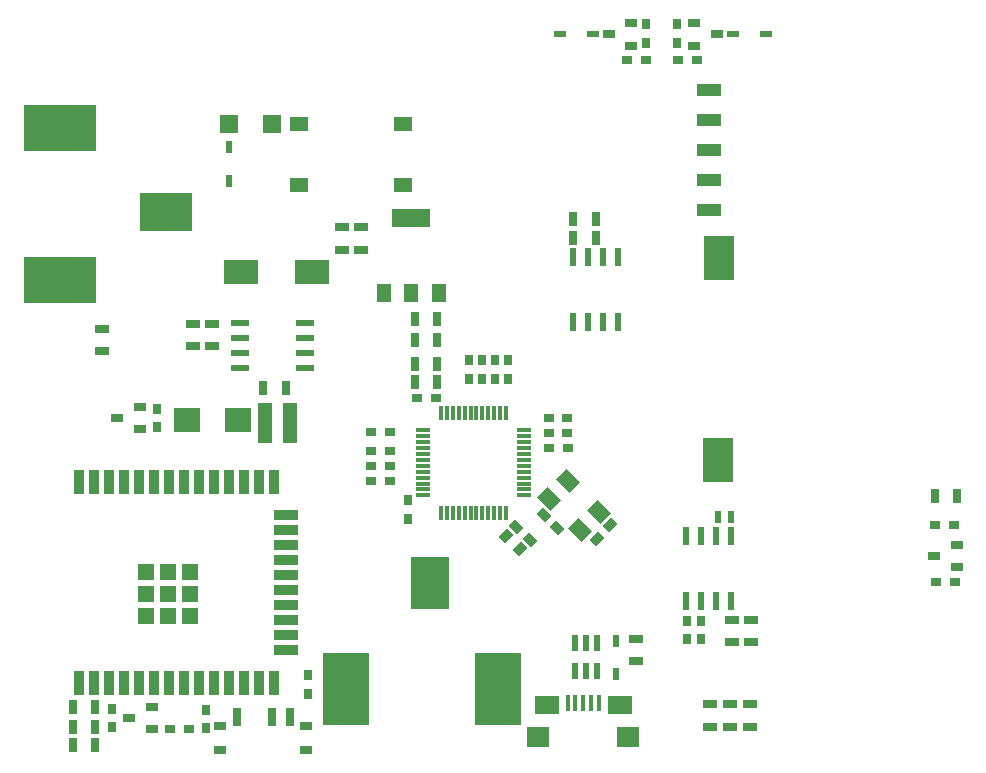
<source format=gtp>
G04*
G04 #@! TF.GenerationSoftware,Altium Limited,Altium Designer,21.1.1 (26)*
G04*
G04 Layer_Color=8421504*
%FSLAX25Y25*%
%MOIN*%
G70*
G04*
G04 #@! TF.SameCoordinates,D2CF5B13-6A79-4D9C-8E4E-AA6CB0D1C9A8*
G04*
G04*
G04 #@! TF.FilePolarity,Positive*
G04*
G01*
G75*
%ADD23R,0.04134X0.02165*%
%ADD24R,0.02756X0.05118*%
%ADD25R,0.07874X0.04331*%
%ADD26R,0.01968X0.05906*%
%ADD27R,0.03800X0.03100*%
%ADD28R,0.04331X0.03150*%
%ADD29R,0.03100X0.03800*%
%ADD30R,0.04724X0.06299*%
%ADD31R,0.12992X0.06299*%
G04:AMPARAMS|DCode=32|XSize=31mil|YSize=38mil|CornerRadius=0mil|HoleSize=0mil|Usage=FLASHONLY|Rotation=135.000|XOffset=0mil|YOffset=0mil|HoleType=Round|Shape=Rectangle|*
%AMROTATEDRECTD32*
4,1,4,0.02439,0.00248,-0.00248,-0.02439,-0.02439,-0.00248,0.00248,0.02439,0.02439,0.00248,0.0*
%
%ADD32ROTATEDRECTD32*%

G04:AMPARAMS|DCode=33|XSize=31mil|YSize=38mil|CornerRadius=0mil|HoleSize=0mil|Usage=FLASHONLY|Rotation=45.000|XOffset=0mil|YOffset=0mil|HoleType=Round|Shape=Rectangle|*
%AMROTATEDRECTD33*
4,1,4,0.00248,-0.02439,-0.02439,0.00248,-0.00248,0.02439,0.02439,-0.00248,0.00248,-0.02439,0.0*
%
%ADD33ROTATEDRECTD33*%

G04:AMPARAMS|DCode=34|XSize=62.99mil|YSize=49.21mil|CornerRadius=0mil|HoleSize=0mil|Usage=FLASHONLY|Rotation=315.000|XOffset=0mil|YOffset=0mil|HoleType=Round|Shape=Rectangle|*
%AMROTATEDRECTD34*
4,1,4,-0.03967,0.00487,-0.00487,0.03967,0.03967,-0.00487,0.00487,-0.03967,-0.03967,0.00487,0.0*
%
%ADD34ROTATEDRECTD34*%

%ADD35R,0.01181X0.04724*%
%ADD36R,0.04724X0.01181*%
%ADD37R,0.02362X0.05354*%
%ADD38R,0.02165X0.04134*%
%ADD39R,0.05118X0.02756*%
%ADD40R,0.01968X0.03937*%
%ADD41R,0.10236X0.14567*%
%ADD42R,0.01575X0.05315*%
%ADD43R,0.08268X0.06299*%
%ADD44R,0.07480X0.07087*%
%ADD45R,0.12992X0.17323*%
%ADD46R,0.15354X0.24410*%
%ADD47R,0.02756X0.05906*%
%ADD48R,0.03937X0.03150*%
%ADD49R,0.05236X0.05236*%
%ADD50R,0.03543X0.07874*%
%ADD51R,0.07874X0.03543*%
%ADD52R,0.17323X0.12992*%
%ADD53R,0.24410X0.15354*%
%ADD54R,0.05118X0.13386*%
%ADD55R,0.05906X0.01968*%
%ADD56R,0.08858X0.08346*%
%ADD57R,0.11811X0.07874*%
%ADD58R,0.06299X0.06299*%
%ADD59R,0.06102X0.04724*%
D23*
X252244Y241024D02*
D03*
X263268D02*
D03*
X205512Y241041D02*
D03*
X194488D02*
D03*
D24*
X146260Y131102D02*
D03*
X153740D02*
D03*
Y146063D02*
D03*
X146260D02*
D03*
X153720Y124980D02*
D03*
X146240D02*
D03*
X32087Y9833D02*
D03*
X39567D02*
D03*
X32087Y3819D02*
D03*
X39567D02*
D03*
X319596Y87126D02*
D03*
X327076D02*
D03*
X32087Y16535D02*
D03*
X39567D02*
D03*
X95617Y122937D02*
D03*
X103097D02*
D03*
X199035Y173130D02*
D03*
X206516D02*
D03*
X199055Y179252D02*
D03*
X206535D02*
D03*
X146260Y139114D02*
D03*
X153740D02*
D03*
D25*
X244094Y182362D02*
D03*
Y192362D02*
D03*
Y202362D02*
D03*
Y212362D02*
D03*
Y222362D02*
D03*
D26*
X199055Y144961D02*
D03*
X204055D02*
D03*
X209055D02*
D03*
X214055D02*
D03*
Y166614D02*
D03*
X209055D02*
D03*
X204055D02*
D03*
X199055D02*
D03*
X251700Y73627D02*
D03*
X246700D02*
D03*
X241700D02*
D03*
X236700D02*
D03*
Y51973D02*
D03*
X241700D02*
D03*
X246700D02*
D03*
X251700D02*
D03*
D27*
X326182Y58268D02*
D03*
X319882D02*
D03*
X319508Y77185D02*
D03*
X325807D02*
D03*
X153130Y119705D02*
D03*
X146830D02*
D03*
X190787Y102992D02*
D03*
X197087D02*
D03*
X190750Y107884D02*
D03*
X197050D02*
D03*
Y113100D02*
D03*
X190750D02*
D03*
X64488Y9154D02*
D03*
X70788D02*
D03*
X137874Y108346D02*
D03*
X131574D02*
D03*
X240158Y232387D02*
D03*
X233858D02*
D03*
X223084D02*
D03*
X216784D02*
D03*
X137835Y102087D02*
D03*
X131535D02*
D03*
X131574Y97000D02*
D03*
X137874D02*
D03*
Y92000D02*
D03*
X131574D02*
D03*
D28*
X319311Y66929D02*
D03*
X326752Y70669D02*
D03*
Y63189D02*
D03*
X239330Y244618D02*
D03*
Y237137D02*
D03*
X246771Y240877D02*
D03*
X47067Y112992D02*
D03*
X54508Y116732D02*
D03*
Y109252D02*
D03*
X210836Y240877D02*
D03*
X218277Y244618D02*
D03*
Y237137D02*
D03*
X58445Y9252D02*
D03*
Y16732D02*
D03*
X51004Y12992D02*
D03*
D29*
X110630Y27166D02*
D03*
Y20866D02*
D03*
X177402Y132402D02*
D03*
Y126102D02*
D03*
X173031Y132402D02*
D03*
Y126102D02*
D03*
X168602Y132402D02*
D03*
Y126102D02*
D03*
X164193D02*
D03*
Y132402D02*
D03*
X236811Y45453D02*
D03*
Y39153D02*
D03*
X241713Y45453D02*
D03*
Y39153D02*
D03*
X76555Y15808D02*
D03*
Y9507D02*
D03*
X45276Y16142D02*
D03*
Y9842D02*
D03*
X233597Y244366D02*
D03*
Y238066D02*
D03*
X223376D02*
D03*
Y244366D02*
D03*
X143799Y85650D02*
D03*
Y79350D02*
D03*
X60236Y116142D02*
D03*
Y109842D02*
D03*
D30*
X136024Y154528D02*
D03*
X154134D02*
D03*
X145079D02*
D03*
D31*
Y179724D02*
D03*
D32*
X176673Y73627D02*
D03*
X181127Y69173D02*
D03*
X211406Y77156D02*
D03*
X206951Y72701D02*
D03*
D33*
X179973Y76727D02*
D03*
X184427Y72273D02*
D03*
X193605Y76355D02*
D03*
X189151Y80810D02*
D03*
D34*
X191079Y85828D02*
D03*
X201379Y75528D02*
D03*
X197203Y91953D02*
D03*
X207504Y81652D02*
D03*
D35*
X176575Y81299D02*
D03*
X174606D02*
D03*
X172638Y81299D02*
D03*
X170669D02*
D03*
X168701Y81299D02*
D03*
X166732D02*
D03*
X164764D02*
D03*
X162795D02*
D03*
X160827Y81299D02*
D03*
X158858Y81299D02*
D03*
X156890D02*
D03*
X154921D02*
D03*
Y114764D02*
D03*
X156890D02*
D03*
X158858D02*
D03*
X160827Y114764D02*
D03*
X162795Y114764D02*
D03*
X164764D02*
D03*
X166732D02*
D03*
X168701D02*
D03*
X170669Y114764D02*
D03*
X172638D02*
D03*
X174606Y114764D02*
D03*
X176575D02*
D03*
D36*
X149016Y87205D02*
D03*
Y89173D02*
D03*
Y91142D02*
D03*
Y93110D02*
D03*
X149016Y95079D02*
D03*
Y97047D02*
D03*
Y99016D02*
D03*
X149016Y100984D02*
D03*
Y102953D02*
D03*
Y104921D02*
D03*
Y106890D02*
D03*
Y108858D02*
D03*
X182480D02*
D03*
Y106890D02*
D03*
Y104921D02*
D03*
X182480Y102953D02*
D03*
X182480Y100984D02*
D03*
Y99016D02*
D03*
Y97047D02*
D03*
Y95079D02*
D03*
X182480Y93110D02*
D03*
Y91142D02*
D03*
X182480Y89173D02*
D03*
Y87205D02*
D03*
D37*
X207028Y28642D02*
D03*
X203287D02*
D03*
X199547D02*
D03*
Y37894D02*
D03*
X203287D02*
D03*
X207028D02*
D03*
D38*
X213130Y38780D02*
D03*
Y27756D02*
D03*
X84252Y192126D02*
D03*
Y203150D02*
D03*
D39*
X219823Y39370D02*
D03*
Y31890D02*
D03*
X258169Y45768D02*
D03*
Y38287D02*
D03*
X251800Y45740D02*
D03*
Y38260D02*
D03*
X257900Y17609D02*
D03*
Y10128D02*
D03*
X251207Y17609D02*
D03*
Y10128D02*
D03*
X244514Y17609D02*
D03*
Y10128D02*
D03*
X42047Y135256D02*
D03*
Y142736D02*
D03*
X78642Y136909D02*
D03*
Y144390D02*
D03*
X72342D02*
D03*
Y136909D02*
D03*
X128248Y176594D02*
D03*
Y169114D02*
D03*
X121988Y176555D02*
D03*
Y169075D02*
D03*
D40*
X251496Y79961D02*
D03*
X247165D02*
D03*
D41*
X247152Y99137D02*
D03*
X247448Y166263D02*
D03*
D42*
X207421Y17913D02*
D03*
X204862D02*
D03*
X202303D02*
D03*
X199744D02*
D03*
X197185D02*
D03*
D43*
X190098Y17431D02*
D03*
X214508D02*
D03*
D44*
X187343Y6693D02*
D03*
X217264D02*
D03*
D45*
X151165Y58014D02*
D03*
D46*
X173999Y22778D02*
D03*
X123212D02*
D03*
D47*
X86811Y13189D02*
D03*
X98622D02*
D03*
X104528D02*
D03*
D48*
X110039Y10236D02*
D03*
X81299D02*
D03*
X110039Y2362D02*
D03*
X81299D02*
D03*
D49*
X71161Y61555D02*
D03*
Y54331D02*
D03*
Y47106D02*
D03*
X63937Y61555D02*
D03*
Y54331D02*
D03*
Y47106D02*
D03*
X56713Y61555D02*
D03*
Y54331D02*
D03*
Y47106D02*
D03*
D50*
X34409Y91732D02*
D03*
X39409D02*
D03*
X44409D02*
D03*
X49409D02*
D03*
X54409D02*
D03*
X59409D02*
D03*
X64410D02*
D03*
X69410D02*
D03*
X74410D02*
D03*
X79409D02*
D03*
X84409D02*
D03*
X89410D02*
D03*
X94410D02*
D03*
X99410D02*
D03*
Y24803D02*
D03*
X94410D02*
D03*
X89410D02*
D03*
X84409D02*
D03*
X79409D02*
D03*
X74410D02*
D03*
X69410D02*
D03*
X64410D02*
D03*
X59409D02*
D03*
X54409D02*
D03*
X49409D02*
D03*
X44409D02*
D03*
X39409D02*
D03*
X34409D02*
D03*
D51*
X103347Y80768D02*
D03*
Y75768D02*
D03*
Y70768D02*
D03*
Y65768D02*
D03*
Y60768D02*
D03*
Y55768D02*
D03*
Y50768D02*
D03*
Y45768D02*
D03*
Y40768D02*
D03*
Y35768D02*
D03*
D52*
X63189Y181693D02*
D03*
D53*
X27953Y158858D02*
D03*
Y209646D02*
D03*
D54*
X96260Y111417D02*
D03*
X104528D02*
D03*
D55*
X87992Y129606D02*
D03*
Y134606D02*
D03*
Y139606D02*
D03*
Y144606D02*
D03*
X109646D02*
D03*
Y139606D02*
D03*
Y134606D02*
D03*
Y129606D02*
D03*
D56*
X70138Y112205D02*
D03*
X87343D02*
D03*
D57*
X88169Y161575D02*
D03*
X111791D02*
D03*
D58*
X84252Y211024D02*
D03*
X98425D02*
D03*
D59*
X142126Y190532D02*
D03*
Y211043D02*
D03*
X107480Y190532D02*
D03*
Y211043D02*
D03*
M02*

</source>
